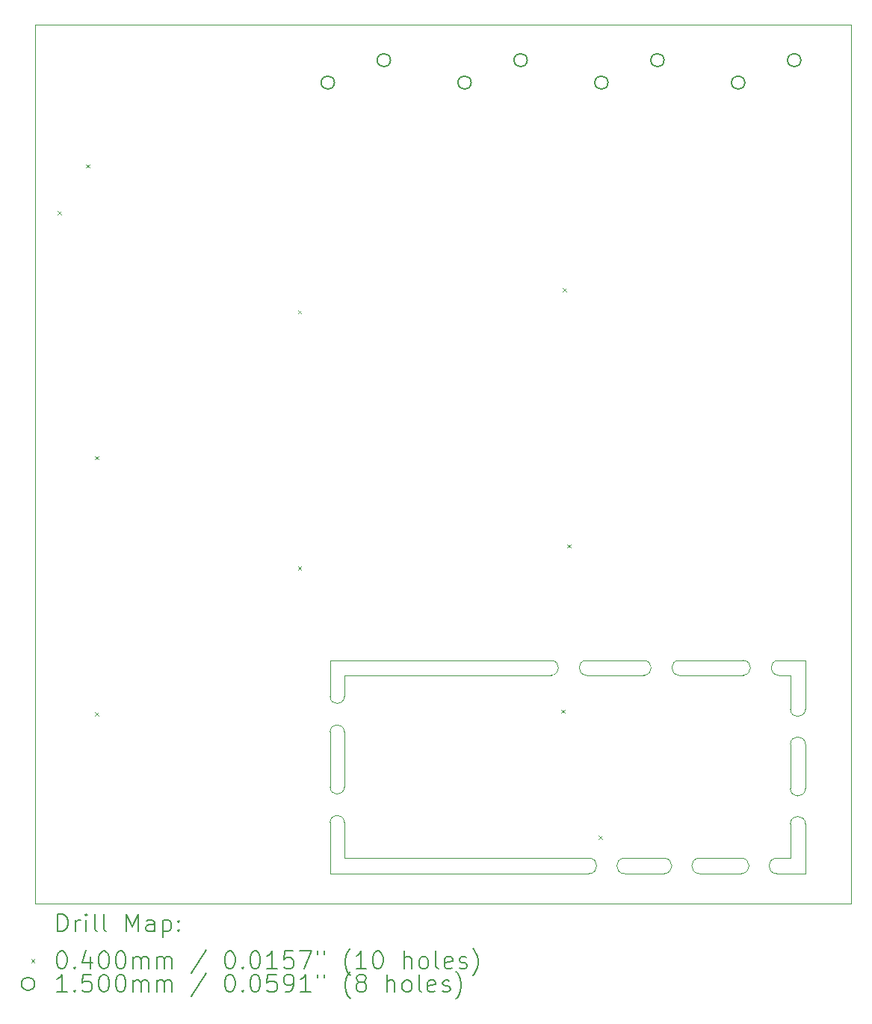
<source format=gbr>
%TF.GenerationSoftware,KiCad,Pcbnew,8.0.4*%
%TF.CreationDate,2024-07-28T23:22:28-07:00*%
%TF.ProjectId,panel_2,70616e65-6c5f-4322-9e6b-696361645f70,rev?*%
%TF.SameCoordinates,Original*%
%TF.FileFunction,Drillmap*%
%TF.FilePolarity,Positive*%
%FSLAX45Y45*%
G04 Gerber Fmt 4.5, Leading zero omitted, Abs format (unit mm)*
G04 Created by KiCad (PCBNEW 8.0.4) date 2024-07-28 23:22:28*
%MOMM*%
%LPD*%
G01*
G04 APERTURE LIST*
%ADD10C,0.050000*%
%ADD11C,0.200000*%
%ADD12C,0.100000*%
%ADD13C,0.150000*%
G04 APERTURE END LIST*
D10*
X10255000Y-3980000D02*
X10255000Y-13930000D01*
X19505000Y-13930000D02*
X10255000Y-13930000D01*
X19505000Y-3980000D02*
X19505000Y-13930000D01*
X19505000Y-3980000D02*
X10255000Y-3980000D01*
X17555000Y-11341000D02*
G75*
G02*
X17555000Y-11175000I0J83000D01*
G01*
X18260000Y-13413000D02*
G75*
G02*
X18260000Y-13587000I0J-87000D01*
G01*
X18985000Y-11725000D02*
G75*
G02*
X18815000Y-11725000I-85000J0D01*
G01*
X13600000Y-13008000D02*
X13600000Y-13587000D01*
X13760000Y-11583000D02*
G75*
G02*
X13600000Y-11583000I-80000J0D01*
G01*
X17785000Y-13587000D02*
X18260000Y-13587000D01*
X16105000Y-11175000D02*
G75*
G02*
X16105000Y-11341000I0J-83000D01*
G01*
X16105000Y-11341000D02*
X13760000Y-11341000D01*
X18660000Y-13587006D02*
X18985000Y-13587006D01*
X18985000Y-12625000D02*
G75*
G02*
X18815000Y-12625000I-85000J0D01*
G01*
X18680000Y-11175000D02*
X18985000Y-11175000D01*
X13760000Y-13413000D02*
X13760000Y-13008000D01*
X16535000Y-13587000D02*
X13600000Y-13587000D01*
X18815000Y-12125000D02*
X18815000Y-12625000D01*
X18815000Y-12125000D02*
G75*
G02*
X18985000Y-12125000I85000J0D01*
G01*
X18985000Y-13025000D02*
X18985000Y-13587000D01*
X16935000Y-13587000D02*
X17385000Y-13587000D01*
X13760000Y-11583000D02*
X13760000Y-11341000D01*
X16935000Y-13413000D02*
X17385000Y-13413000D01*
X16535000Y-13413000D02*
X13760000Y-13413000D01*
X16935000Y-13587000D02*
G75*
G02*
X16935000Y-13413000I0J87000D01*
G01*
X17785000Y-13587000D02*
G75*
G02*
X17785000Y-13413000I0J87000D01*
G01*
X13600000Y-11983000D02*
G75*
G02*
X13760000Y-11983000I80000J0D01*
G01*
X16105000Y-11175000D02*
X13600000Y-11175000D01*
X18280000Y-11341000D02*
X17555000Y-11341000D01*
X17155000Y-11175000D02*
G75*
G02*
X17155000Y-11341000I0J-83000D01*
G01*
X18985000Y-11725000D02*
X18985000Y-11175000D01*
X17785000Y-13413000D02*
X18260000Y-13413000D01*
X13600000Y-11583000D02*
X13600000Y-11175000D01*
X18815000Y-13412994D02*
X18815000Y-13025000D01*
X16505000Y-11341000D02*
G75*
G02*
X16505000Y-11175000I0J83000D01*
G01*
X18985000Y-12625000D02*
X18985000Y-12125000D01*
X16505000Y-11175000D02*
X17155000Y-11175000D01*
X17385000Y-13413000D02*
G75*
G02*
X17385000Y-13587000I0J-87000D01*
G01*
X18280000Y-11175000D02*
X17555000Y-11175000D01*
X13600000Y-13008000D02*
G75*
G02*
X13760000Y-13008000I80000J0D01*
G01*
X13600000Y-11983000D02*
X13600000Y-12608000D01*
X18660000Y-13412994D02*
X18815000Y-13412994D01*
X18815000Y-13025000D02*
G75*
G02*
X18985000Y-13025000I85000J0D01*
G01*
X18280000Y-11175000D02*
G75*
G02*
X18280000Y-11341000I0J-83000D01*
G01*
X13760000Y-12608000D02*
X13760000Y-11983000D01*
X18680000Y-11341000D02*
G75*
G02*
X18680000Y-11175000I0J83000D01*
G01*
X16535000Y-13413000D02*
G75*
G02*
X16535000Y-13587000I0J-87000D01*
G01*
X18660000Y-13587006D02*
G75*
G02*
X18660000Y-13412994I0J87006D01*
G01*
X18680000Y-11341000D02*
X18815000Y-11341000D01*
X13760000Y-12608000D02*
G75*
G02*
X13600000Y-12608000I-80000J0D01*
G01*
X18815000Y-11341000D02*
X18815000Y-11725000D01*
X17155000Y-11341000D02*
X16505000Y-11341000D01*
D11*
D12*
X10510000Y-6085000D02*
X10550000Y-6125000D01*
X10550000Y-6085000D02*
X10510000Y-6125000D01*
X10835000Y-5560000D02*
X10875000Y-5600000D01*
X10875000Y-5560000D02*
X10835000Y-5600000D01*
X10935000Y-8860000D02*
X10975000Y-8900000D01*
X10975000Y-8860000D02*
X10935000Y-8900000D01*
X10935000Y-11760000D02*
X10975000Y-11800000D01*
X10975000Y-11760000D02*
X10935000Y-11800000D01*
X13235000Y-7210000D02*
X13275000Y-7250000D01*
X13275000Y-7210000D02*
X13235000Y-7250000D01*
X13235000Y-10110000D02*
X13275000Y-10150000D01*
X13275000Y-10110000D02*
X13235000Y-10150000D01*
X16219209Y-11731209D02*
X16259209Y-11771209D01*
X16259209Y-11731209D02*
X16219209Y-11771209D01*
X16235000Y-6960000D02*
X16275000Y-7000000D01*
X16275000Y-6960000D02*
X16235000Y-7000000D01*
X16285000Y-9860000D02*
X16325000Y-9900000D01*
X16325000Y-9860000D02*
X16285000Y-9900000D01*
X16640000Y-13157000D02*
X16680000Y-13197000D01*
X16680000Y-13157000D02*
X16640000Y-13197000D01*
D13*
X13649000Y-4634000D02*
G75*
G02*
X13499000Y-4634000I-75000J0D01*
G01*
X13499000Y-4634000D02*
G75*
G02*
X13649000Y-4634000I75000J0D01*
G01*
X14284000Y-4380000D02*
G75*
G02*
X14134000Y-4380000I-75000J0D01*
G01*
X14134000Y-4380000D02*
G75*
G02*
X14284000Y-4380000I75000J0D01*
G01*
X15199000Y-4634000D02*
G75*
G02*
X15049000Y-4634000I-75000J0D01*
G01*
X15049000Y-4634000D02*
G75*
G02*
X15199000Y-4634000I75000J0D01*
G01*
X15834000Y-4380000D02*
G75*
G02*
X15684000Y-4380000I-75000J0D01*
G01*
X15684000Y-4380000D02*
G75*
G02*
X15834000Y-4380000I75000J0D01*
G01*
X16749000Y-4634000D02*
G75*
G02*
X16599000Y-4634000I-75000J0D01*
G01*
X16599000Y-4634000D02*
G75*
G02*
X16749000Y-4634000I75000J0D01*
G01*
X17384000Y-4380000D02*
G75*
G02*
X17234000Y-4380000I-75000J0D01*
G01*
X17234000Y-4380000D02*
G75*
G02*
X17384000Y-4380000I75000J0D01*
G01*
X18299000Y-4634000D02*
G75*
G02*
X18149000Y-4634000I-75000J0D01*
G01*
X18149000Y-4634000D02*
G75*
G02*
X18299000Y-4634000I75000J0D01*
G01*
X18934000Y-4380000D02*
G75*
G02*
X18784000Y-4380000I-75000J0D01*
G01*
X18784000Y-4380000D02*
G75*
G02*
X18934000Y-4380000I75000J0D01*
G01*
D11*
X10513277Y-14243984D02*
X10513277Y-14043984D01*
X10513277Y-14043984D02*
X10560896Y-14043984D01*
X10560896Y-14043984D02*
X10589467Y-14053508D01*
X10589467Y-14053508D02*
X10608515Y-14072555D01*
X10608515Y-14072555D02*
X10618039Y-14091603D01*
X10618039Y-14091603D02*
X10627563Y-14129698D01*
X10627563Y-14129698D02*
X10627563Y-14158269D01*
X10627563Y-14158269D02*
X10618039Y-14196365D01*
X10618039Y-14196365D02*
X10608515Y-14215412D01*
X10608515Y-14215412D02*
X10589467Y-14234460D01*
X10589467Y-14234460D02*
X10560896Y-14243984D01*
X10560896Y-14243984D02*
X10513277Y-14243984D01*
X10713277Y-14243984D02*
X10713277Y-14110650D01*
X10713277Y-14148746D02*
X10722801Y-14129698D01*
X10722801Y-14129698D02*
X10732324Y-14120174D01*
X10732324Y-14120174D02*
X10751372Y-14110650D01*
X10751372Y-14110650D02*
X10770420Y-14110650D01*
X10837086Y-14243984D02*
X10837086Y-14110650D01*
X10837086Y-14043984D02*
X10827563Y-14053508D01*
X10827563Y-14053508D02*
X10837086Y-14063031D01*
X10837086Y-14063031D02*
X10846610Y-14053508D01*
X10846610Y-14053508D02*
X10837086Y-14043984D01*
X10837086Y-14043984D02*
X10837086Y-14063031D01*
X10960896Y-14243984D02*
X10941848Y-14234460D01*
X10941848Y-14234460D02*
X10932324Y-14215412D01*
X10932324Y-14215412D02*
X10932324Y-14043984D01*
X11065658Y-14243984D02*
X11046610Y-14234460D01*
X11046610Y-14234460D02*
X11037086Y-14215412D01*
X11037086Y-14215412D02*
X11037086Y-14043984D01*
X11294229Y-14243984D02*
X11294229Y-14043984D01*
X11294229Y-14043984D02*
X11360896Y-14186841D01*
X11360896Y-14186841D02*
X11427562Y-14043984D01*
X11427562Y-14043984D02*
X11427562Y-14243984D01*
X11608515Y-14243984D02*
X11608515Y-14139222D01*
X11608515Y-14139222D02*
X11598991Y-14120174D01*
X11598991Y-14120174D02*
X11579943Y-14110650D01*
X11579943Y-14110650D02*
X11541848Y-14110650D01*
X11541848Y-14110650D02*
X11522801Y-14120174D01*
X11608515Y-14234460D02*
X11589467Y-14243984D01*
X11589467Y-14243984D02*
X11541848Y-14243984D01*
X11541848Y-14243984D02*
X11522801Y-14234460D01*
X11522801Y-14234460D02*
X11513277Y-14215412D01*
X11513277Y-14215412D02*
X11513277Y-14196365D01*
X11513277Y-14196365D02*
X11522801Y-14177317D01*
X11522801Y-14177317D02*
X11541848Y-14167793D01*
X11541848Y-14167793D02*
X11589467Y-14167793D01*
X11589467Y-14167793D02*
X11608515Y-14158269D01*
X11703753Y-14110650D02*
X11703753Y-14310650D01*
X11703753Y-14120174D02*
X11722801Y-14110650D01*
X11722801Y-14110650D02*
X11760896Y-14110650D01*
X11760896Y-14110650D02*
X11779943Y-14120174D01*
X11779943Y-14120174D02*
X11789467Y-14129698D01*
X11789467Y-14129698D02*
X11798991Y-14148746D01*
X11798991Y-14148746D02*
X11798991Y-14205888D01*
X11798991Y-14205888D02*
X11789467Y-14224936D01*
X11789467Y-14224936D02*
X11779943Y-14234460D01*
X11779943Y-14234460D02*
X11760896Y-14243984D01*
X11760896Y-14243984D02*
X11722801Y-14243984D01*
X11722801Y-14243984D02*
X11703753Y-14234460D01*
X11884705Y-14224936D02*
X11894229Y-14234460D01*
X11894229Y-14234460D02*
X11884705Y-14243984D01*
X11884705Y-14243984D02*
X11875182Y-14234460D01*
X11875182Y-14234460D02*
X11884705Y-14224936D01*
X11884705Y-14224936D02*
X11884705Y-14243984D01*
X11884705Y-14120174D02*
X11894229Y-14129698D01*
X11894229Y-14129698D02*
X11884705Y-14139222D01*
X11884705Y-14139222D02*
X11875182Y-14129698D01*
X11875182Y-14129698D02*
X11884705Y-14120174D01*
X11884705Y-14120174D02*
X11884705Y-14139222D01*
D12*
X10212500Y-14552500D02*
X10252500Y-14592500D01*
X10252500Y-14552500D02*
X10212500Y-14592500D01*
D11*
X10551372Y-14463984D02*
X10570420Y-14463984D01*
X10570420Y-14463984D02*
X10589467Y-14473508D01*
X10589467Y-14473508D02*
X10598991Y-14483031D01*
X10598991Y-14483031D02*
X10608515Y-14502079D01*
X10608515Y-14502079D02*
X10618039Y-14540174D01*
X10618039Y-14540174D02*
X10618039Y-14587793D01*
X10618039Y-14587793D02*
X10608515Y-14625888D01*
X10608515Y-14625888D02*
X10598991Y-14644936D01*
X10598991Y-14644936D02*
X10589467Y-14654460D01*
X10589467Y-14654460D02*
X10570420Y-14663984D01*
X10570420Y-14663984D02*
X10551372Y-14663984D01*
X10551372Y-14663984D02*
X10532324Y-14654460D01*
X10532324Y-14654460D02*
X10522801Y-14644936D01*
X10522801Y-14644936D02*
X10513277Y-14625888D01*
X10513277Y-14625888D02*
X10503753Y-14587793D01*
X10503753Y-14587793D02*
X10503753Y-14540174D01*
X10503753Y-14540174D02*
X10513277Y-14502079D01*
X10513277Y-14502079D02*
X10522801Y-14483031D01*
X10522801Y-14483031D02*
X10532324Y-14473508D01*
X10532324Y-14473508D02*
X10551372Y-14463984D01*
X10703753Y-14644936D02*
X10713277Y-14654460D01*
X10713277Y-14654460D02*
X10703753Y-14663984D01*
X10703753Y-14663984D02*
X10694229Y-14654460D01*
X10694229Y-14654460D02*
X10703753Y-14644936D01*
X10703753Y-14644936D02*
X10703753Y-14663984D01*
X10884705Y-14530650D02*
X10884705Y-14663984D01*
X10837086Y-14454460D02*
X10789467Y-14597317D01*
X10789467Y-14597317D02*
X10913277Y-14597317D01*
X11027563Y-14463984D02*
X11046610Y-14463984D01*
X11046610Y-14463984D02*
X11065658Y-14473508D01*
X11065658Y-14473508D02*
X11075182Y-14483031D01*
X11075182Y-14483031D02*
X11084705Y-14502079D01*
X11084705Y-14502079D02*
X11094229Y-14540174D01*
X11094229Y-14540174D02*
X11094229Y-14587793D01*
X11094229Y-14587793D02*
X11084705Y-14625888D01*
X11084705Y-14625888D02*
X11075182Y-14644936D01*
X11075182Y-14644936D02*
X11065658Y-14654460D01*
X11065658Y-14654460D02*
X11046610Y-14663984D01*
X11046610Y-14663984D02*
X11027563Y-14663984D01*
X11027563Y-14663984D02*
X11008515Y-14654460D01*
X11008515Y-14654460D02*
X10998991Y-14644936D01*
X10998991Y-14644936D02*
X10989467Y-14625888D01*
X10989467Y-14625888D02*
X10979944Y-14587793D01*
X10979944Y-14587793D02*
X10979944Y-14540174D01*
X10979944Y-14540174D02*
X10989467Y-14502079D01*
X10989467Y-14502079D02*
X10998991Y-14483031D01*
X10998991Y-14483031D02*
X11008515Y-14473508D01*
X11008515Y-14473508D02*
X11027563Y-14463984D01*
X11218039Y-14463984D02*
X11237086Y-14463984D01*
X11237086Y-14463984D02*
X11256134Y-14473508D01*
X11256134Y-14473508D02*
X11265658Y-14483031D01*
X11265658Y-14483031D02*
X11275182Y-14502079D01*
X11275182Y-14502079D02*
X11284705Y-14540174D01*
X11284705Y-14540174D02*
X11284705Y-14587793D01*
X11284705Y-14587793D02*
X11275182Y-14625888D01*
X11275182Y-14625888D02*
X11265658Y-14644936D01*
X11265658Y-14644936D02*
X11256134Y-14654460D01*
X11256134Y-14654460D02*
X11237086Y-14663984D01*
X11237086Y-14663984D02*
X11218039Y-14663984D01*
X11218039Y-14663984D02*
X11198991Y-14654460D01*
X11198991Y-14654460D02*
X11189467Y-14644936D01*
X11189467Y-14644936D02*
X11179944Y-14625888D01*
X11179944Y-14625888D02*
X11170420Y-14587793D01*
X11170420Y-14587793D02*
X11170420Y-14540174D01*
X11170420Y-14540174D02*
X11179944Y-14502079D01*
X11179944Y-14502079D02*
X11189467Y-14483031D01*
X11189467Y-14483031D02*
X11198991Y-14473508D01*
X11198991Y-14473508D02*
X11218039Y-14463984D01*
X11370420Y-14663984D02*
X11370420Y-14530650D01*
X11370420Y-14549698D02*
X11379943Y-14540174D01*
X11379943Y-14540174D02*
X11398991Y-14530650D01*
X11398991Y-14530650D02*
X11427563Y-14530650D01*
X11427563Y-14530650D02*
X11446610Y-14540174D01*
X11446610Y-14540174D02*
X11456134Y-14559222D01*
X11456134Y-14559222D02*
X11456134Y-14663984D01*
X11456134Y-14559222D02*
X11465658Y-14540174D01*
X11465658Y-14540174D02*
X11484705Y-14530650D01*
X11484705Y-14530650D02*
X11513277Y-14530650D01*
X11513277Y-14530650D02*
X11532324Y-14540174D01*
X11532324Y-14540174D02*
X11541848Y-14559222D01*
X11541848Y-14559222D02*
X11541848Y-14663984D01*
X11637086Y-14663984D02*
X11637086Y-14530650D01*
X11637086Y-14549698D02*
X11646610Y-14540174D01*
X11646610Y-14540174D02*
X11665658Y-14530650D01*
X11665658Y-14530650D02*
X11694229Y-14530650D01*
X11694229Y-14530650D02*
X11713277Y-14540174D01*
X11713277Y-14540174D02*
X11722801Y-14559222D01*
X11722801Y-14559222D02*
X11722801Y-14663984D01*
X11722801Y-14559222D02*
X11732324Y-14540174D01*
X11732324Y-14540174D02*
X11751372Y-14530650D01*
X11751372Y-14530650D02*
X11779943Y-14530650D01*
X11779943Y-14530650D02*
X11798991Y-14540174D01*
X11798991Y-14540174D02*
X11808515Y-14559222D01*
X11808515Y-14559222D02*
X11808515Y-14663984D01*
X12198991Y-14454460D02*
X12027563Y-14711603D01*
X12456134Y-14463984D02*
X12475182Y-14463984D01*
X12475182Y-14463984D02*
X12494229Y-14473508D01*
X12494229Y-14473508D02*
X12503753Y-14483031D01*
X12503753Y-14483031D02*
X12513277Y-14502079D01*
X12513277Y-14502079D02*
X12522801Y-14540174D01*
X12522801Y-14540174D02*
X12522801Y-14587793D01*
X12522801Y-14587793D02*
X12513277Y-14625888D01*
X12513277Y-14625888D02*
X12503753Y-14644936D01*
X12503753Y-14644936D02*
X12494229Y-14654460D01*
X12494229Y-14654460D02*
X12475182Y-14663984D01*
X12475182Y-14663984D02*
X12456134Y-14663984D01*
X12456134Y-14663984D02*
X12437086Y-14654460D01*
X12437086Y-14654460D02*
X12427563Y-14644936D01*
X12427563Y-14644936D02*
X12418039Y-14625888D01*
X12418039Y-14625888D02*
X12408515Y-14587793D01*
X12408515Y-14587793D02*
X12408515Y-14540174D01*
X12408515Y-14540174D02*
X12418039Y-14502079D01*
X12418039Y-14502079D02*
X12427563Y-14483031D01*
X12427563Y-14483031D02*
X12437086Y-14473508D01*
X12437086Y-14473508D02*
X12456134Y-14463984D01*
X12608515Y-14644936D02*
X12618039Y-14654460D01*
X12618039Y-14654460D02*
X12608515Y-14663984D01*
X12608515Y-14663984D02*
X12598991Y-14654460D01*
X12598991Y-14654460D02*
X12608515Y-14644936D01*
X12608515Y-14644936D02*
X12608515Y-14663984D01*
X12741848Y-14463984D02*
X12760896Y-14463984D01*
X12760896Y-14463984D02*
X12779944Y-14473508D01*
X12779944Y-14473508D02*
X12789467Y-14483031D01*
X12789467Y-14483031D02*
X12798991Y-14502079D01*
X12798991Y-14502079D02*
X12808515Y-14540174D01*
X12808515Y-14540174D02*
X12808515Y-14587793D01*
X12808515Y-14587793D02*
X12798991Y-14625888D01*
X12798991Y-14625888D02*
X12789467Y-14644936D01*
X12789467Y-14644936D02*
X12779944Y-14654460D01*
X12779944Y-14654460D02*
X12760896Y-14663984D01*
X12760896Y-14663984D02*
X12741848Y-14663984D01*
X12741848Y-14663984D02*
X12722801Y-14654460D01*
X12722801Y-14654460D02*
X12713277Y-14644936D01*
X12713277Y-14644936D02*
X12703753Y-14625888D01*
X12703753Y-14625888D02*
X12694229Y-14587793D01*
X12694229Y-14587793D02*
X12694229Y-14540174D01*
X12694229Y-14540174D02*
X12703753Y-14502079D01*
X12703753Y-14502079D02*
X12713277Y-14483031D01*
X12713277Y-14483031D02*
X12722801Y-14473508D01*
X12722801Y-14473508D02*
X12741848Y-14463984D01*
X12998991Y-14663984D02*
X12884706Y-14663984D01*
X12941848Y-14663984D02*
X12941848Y-14463984D01*
X12941848Y-14463984D02*
X12922801Y-14492555D01*
X12922801Y-14492555D02*
X12903753Y-14511603D01*
X12903753Y-14511603D02*
X12884706Y-14521127D01*
X13179944Y-14463984D02*
X13084706Y-14463984D01*
X13084706Y-14463984D02*
X13075182Y-14559222D01*
X13075182Y-14559222D02*
X13084706Y-14549698D01*
X13084706Y-14549698D02*
X13103753Y-14540174D01*
X13103753Y-14540174D02*
X13151372Y-14540174D01*
X13151372Y-14540174D02*
X13170420Y-14549698D01*
X13170420Y-14549698D02*
X13179944Y-14559222D01*
X13179944Y-14559222D02*
X13189467Y-14578269D01*
X13189467Y-14578269D02*
X13189467Y-14625888D01*
X13189467Y-14625888D02*
X13179944Y-14644936D01*
X13179944Y-14644936D02*
X13170420Y-14654460D01*
X13170420Y-14654460D02*
X13151372Y-14663984D01*
X13151372Y-14663984D02*
X13103753Y-14663984D01*
X13103753Y-14663984D02*
X13084706Y-14654460D01*
X13084706Y-14654460D02*
X13075182Y-14644936D01*
X13256134Y-14463984D02*
X13389467Y-14463984D01*
X13389467Y-14463984D02*
X13303753Y-14663984D01*
X13456134Y-14463984D02*
X13456134Y-14502079D01*
X13532325Y-14463984D02*
X13532325Y-14502079D01*
X13827563Y-14740174D02*
X13818039Y-14730650D01*
X13818039Y-14730650D02*
X13798991Y-14702079D01*
X13798991Y-14702079D02*
X13789468Y-14683031D01*
X13789468Y-14683031D02*
X13779944Y-14654460D01*
X13779944Y-14654460D02*
X13770420Y-14606841D01*
X13770420Y-14606841D02*
X13770420Y-14568746D01*
X13770420Y-14568746D02*
X13779944Y-14521127D01*
X13779944Y-14521127D02*
X13789468Y-14492555D01*
X13789468Y-14492555D02*
X13798991Y-14473508D01*
X13798991Y-14473508D02*
X13818039Y-14444936D01*
X13818039Y-14444936D02*
X13827563Y-14435412D01*
X14008515Y-14663984D02*
X13894229Y-14663984D01*
X13951372Y-14663984D02*
X13951372Y-14463984D01*
X13951372Y-14463984D02*
X13932325Y-14492555D01*
X13932325Y-14492555D02*
X13913277Y-14511603D01*
X13913277Y-14511603D02*
X13894229Y-14521127D01*
X14132325Y-14463984D02*
X14151372Y-14463984D01*
X14151372Y-14463984D02*
X14170420Y-14473508D01*
X14170420Y-14473508D02*
X14179944Y-14483031D01*
X14179944Y-14483031D02*
X14189468Y-14502079D01*
X14189468Y-14502079D02*
X14198991Y-14540174D01*
X14198991Y-14540174D02*
X14198991Y-14587793D01*
X14198991Y-14587793D02*
X14189468Y-14625888D01*
X14189468Y-14625888D02*
X14179944Y-14644936D01*
X14179944Y-14644936D02*
X14170420Y-14654460D01*
X14170420Y-14654460D02*
X14151372Y-14663984D01*
X14151372Y-14663984D02*
X14132325Y-14663984D01*
X14132325Y-14663984D02*
X14113277Y-14654460D01*
X14113277Y-14654460D02*
X14103753Y-14644936D01*
X14103753Y-14644936D02*
X14094229Y-14625888D01*
X14094229Y-14625888D02*
X14084706Y-14587793D01*
X14084706Y-14587793D02*
X14084706Y-14540174D01*
X14084706Y-14540174D02*
X14094229Y-14502079D01*
X14094229Y-14502079D02*
X14103753Y-14483031D01*
X14103753Y-14483031D02*
X14113277Y-14473508D01*
X14113277Y-14473508D02*
X14132325Y-14463984D01*
X14437087Y-14663984D02*
X14437087Y-14463984D01*
X14522801Y-14663984D02*
X14522801Y-14559222D01*
X14522801Y-14559222D02*
X14513277Y-14540174D01*
X14513277Y-14540174D02*
X14494230Y-14530650D01*
X14494230Y-14530650D02*
X14465658Y-14530650D01*
X14465658Y-14530650D02*
X14446610Y-14540174D01*
X14446610Y-14540174D02*
X14437087Y-14549698D01*
X14646610Y-14663984D02*
X14627563Y-14654460D01*
X14627563Y-14654460D02*
X14618039Y-14644936D01*
X14618039Y-14644936D02*
X14608515Y-14625888D01*
X14608515Y-14625888D02*
X14608515Y-14568746D01*
X14608515Y-14568746D02*
X14618039Y-14549698D01*
X14618039Y-14549698D02*
X14627563Y-14540174D01*
X14627563Y-14540174D02*
X14646610Y-14530650D01*
X14646610Y-14530650D02*
X14675182Y-14530650D01*
X14675182Y-14530650D02*
X14694230Y-14540174D01*
X14694230Y-14540174D02*
X14703753Y-14549698D01*
X14703753Y-14549698D02*
X14713277Y-14568746D01*
X14713277Y-14568746D02*
X14713277Y-14625888D01*
X14713277Y-14625888D02*
X14703753Y-14644936D01*
X14703753Y-14644936D02*
X14694230Y-14654460D01*
X14694230Y-14654460D02*
X14675182Y-14663984D01*
X14675182Y-14663984D02*
X14646610Y-14663984D01*
X14827563Y-14663984D02*
X14808515Y-14654460D01*
X14808515Y-14654460D02*
X14798991Y-14635412D01*
X14798991Y-14635412D02*
X14798991Y-14463984D01*
X14979944Y-14654460D02*
X14960896Y-14663984D01*
X14960896Y-14663984D02*
X14922801Y-14663984D01*
X14922801Y-14663984D02*
X14903753Y-14654460D01*
X14903753Y-14654460D02*
X14894230Y-14635412D01*
X14894230Y-14635412D02*
X14894230Y-14559222D01*
X14894230Y-14559222D02*
X14903753Y-14540174D01*
X14903753Y-14540174D02*
X14922801Y-14530650D01*
X14922801Y-14530650D02*
X14960896Y-14530650D01*
X14960896Y-14530650D02*
X14979944Y-14540174D01*
X14979944Y-14540174D02*
X14989468Y-14559222D01*
X14989468Y-14559222D02*
X14989468Y-14578269D01*
X14989468Y-14578269D02*
X14894230Y-14597317D01*
X15065658Y-14654460D02*
X15084706Y-14663984D01*
X15084706Y-14663984D02*
X15122801Y-14663984D01*
X15122801Y-14663984D02*
X15141849Y-14654460D01*
X15141849Y-14654460D02*
X15151372Y-14635412D01*
X15151372Y-14635412D02*
X15151372Y-14625888D01*
X15151372Y-14625888D02*
X15141849Y-14606841D01*
X15141849Y-14606841D02*
X15122801Y-14597317D01*
X15122801Y-14597317D02*
X15094230Y-14597317D01*
X15094230Y-14597317D02*
X15075182Y-14587793D01*
X15075182Y-14587793D02*
X15065658Y-14568746D01*
X15065658Y-14568746D02*
X15065658Y-14559222D01*
X15065658Y-14559222D02*
X15075182Y-14540174D01*
X15075182Y-14540174D02*
X15094230Y-14530650D01*
X15094230Y-14530650D02*
X15122801Y-14530650D01*
X15122801Y-14530650D02*
X15141849Y-14540174D01*
X15218039Y-14740174D02*
X15227563Y-14730650D01*
X15227563Y-14730650D02*
X15246611Y-14702079D01*
X15246611Y-14702079D02*
X15256134Y-14683031D01*
X15256134Y-14683031D02*
X15265658Y-14654460D01*
X15265658Y-14654460D02*
X15275182Y-14606841D01*
X15275182Y-14606841D02*
X15275182Y-14568746D01*
X15275182Y-14568746D02*
X15265658Y-14521127D01*
X15265658Y-14521127D02*
X15256134Y-14492555D01*
X15256134Y-14492555D02*
X15246611Y-14473508D01*
X15246611Y-14473508D02*
X15227563Y-14444936D01*
X15227563Y-14444936D02*
X15218039Y-14435412D01*
D13*
X10252500Y-14836500D02*
G75*
G02*
X10102500Y-14836500I-75000J0D01*
G01*
X10102500Y-14836500D02*
G75*
G02*
X10252500Y-14836500I75000J0D01*
G01*
D11*
X10618039Y-14927984D02*
X10503753Y-14927984D01*
X10560896Y-14927984D02*
X10560896Y-14727984D01*
X10560896Y-14727984D02*
X10541848Y-14756555D01*
X10541848Y-14756555D02*
X10522801Y-14775603D01*
X10522801Y-14775603D02*
X10503753Y-14785127D01*
X10703753Y-14908936D02*
X10713277Y-14918460D01*
X10713277Y-14918460D02*
X10703753Y-14927984D01*
X10703753Y-14927984D02*
X10694229Y-14918460D01*
X10694229Y-14918460D02*
X10703753Y-14908936D01*
X10703753Y-14908936D02*
X10703753Y-14927984D01*
X10894229Y-14727984D02*
X10798991Y-14727984D01*
X10798991Y-14727984D02*
X10789467Y-14823222D01*
X10789467Y-14823222D02*
X10798991Y-14813698D01*
X10798991Y-14813698D02*
X10818039Y-14804174D01*
X10818039Y-14804174D02*
X10865658Y-14804174D01*
X10865658Y-14804174D02*
X10884705Y-14813698D01*
X10884705Y-14813698D02*
X10894229Y-14823222D01*
X10894229Y-14823222D02*
X10903753Y-14842269D01*
X10903753Y-14842269D02*
X10903753Y-14889888D01*
X10903753Y-14889888D02*
X10894229Y-14908936D01*
X10894229Y-14908936D02*
X10884705Y-14918460D01*
X10884705Y-14918460D02*
X10865658Y-14927984D01*
X10865658Y-14927984D02*
X10818039Y-14927984D01*
X10818039Y-14927984D02*
X10798991Y-14918460D01*
X10798991Y-14918460D02*
X10789467Y-14908936D01*
X11027563Y-14727984D02*
X11046610Y-14727984D01*
X11046610Y-14727984D02*
X11065658Y-14737508D01*
X11065658Y-14737508D02*
X11075182Y-14747031D01*
X11075182Y-14747031D02*
X11084705Y-14766079D01*
X11084705Y-14766079D02*
X11094229Y-14804174D01*
X11094229Y-14804174D02*
X11094229Y-14851793D01*
X11094229Y-14851793D02*
X11084705Y-14889888D01*
X11084705Y-14889888D02*
X11075182Y-14908936D01*
X11075182Y-14908936D02*
X11065658Y-14918460D01*
X11065658Y-14918460D02*
X11046610Y-14927984D01*
X11046610Y-14927984D02*
X11027563Y-14927984D01*
X11027563Y-14927984D02*
X11008515Y-14918460D01*
X11008515Y-14918460D02*
X10998991Y-14908936D01*
X10998991Y-14908936D02*
X10989467Y-14889888D01*
X10989467Y-14889888D02*
X10979944Y-14851793D01*
X10979944Y-14851793D02*
X10979944Y-14804174D01*
X10979944Y-14804174D02*
X10989467Y-14766079D01*
X10989467Y-14766079D02*
X10998991Y-14747031D01*
X10998991Y-14747031D02*
X11008515Y-14737508D01*
X11008515Y-14737508D02*
X11027563Y-14727984D01*
X11218039Y-14727984D02*
X11237086Y-14727984D01*
X11237086Y-14727984D02*
X11256134Y-14737508D01*
X11256134Y-14737508D02*
X11265658Y-14747031D01*
X11265658Y-14747031D02*
X11275182Y-14766079D01*
X11275182Y-14766079D02*
X11284705Y-14804174D01*
X11284705Y-14804174D02*
X11284705Y-14851793D01*
X11284705Y-14851793D02*
X11275182Y-14889888D01*
X11275182Y-14889888D02*
X11265658Y-14908936D01*
X11265658Y-14908936D02*
X11256134Y-14918460D01*
X11256134Y-14918460D02*
X11237086Y-14927984D01*
X11237086Y-14927984D02*
X11218039Y-14927984D01*
X11218039Y-14927984D02*
X11198991Y-14918460D01*
X11198991Y-14918460D02*
X11189467Y-14908936D01*
X11189467Y-14908936D02*
X11179944Y-14889888D01*
X11179944Y-14889888D02*
X11170420Y-14851793D01*
X11170420Y-14851793D02*
X11170420Y-14804174D01*
X11170420Y-14804174D02*
X11179944Y-14766079D01*
X11179944Y-14766079D02*
X11189467Y-14747031D01*
X11189467Y-14747031D02*
X11198991Y-14737508D01*
X11198991Y-14737508D02*
X11218039Y-14727984D01*
X11370420Y-14927984D02*
X11370420Y-14794650D01*
X11370420Y-14813698D02*
X11379943Y-14804174D01*
X11379943Y-14804174D02*
X11398991Y-14794650D01*
X11398991Y-14794650D02*
X11427563Y-14794650D01*
X11427563Y-14794650D02*
X11446610Y-14804174D01*
X11446610Y-14804174D02*
X11456134Y-14823222D01*
X11456134Y-14823222D02*
X11456134Y-14927984D01*
X11456134Y-14823222D02*
X11465658Y-14804174D01*
X11465658Y-14804174D02*
X11484705Y-14794650D01*
X11484705Y-14794650D02*
X11513277Y-14794650D01*
X11513277Y-14794650D02*
X11532324Y-14804174D01*
X11532324Y-14804174D02*
X11541848Y-14823222D01*
X11541848Y-14823222D02*
X11541848Y-14927984D01*
X11637086Y-14927984D02*
X11637086Y-14794650D01*
X11637086Y-14813698D02*
X11646610Y-14804174D01*
X11646610Y-14804174D02*
X11665658Y-14794650D01*
X11665658Y-14794650D02*
X11694229Y-14794650D01*
X11694229Y-14794650D02*
X11713277Y-14804174D01*
X11713277Y-14804174D02*
X11722801Y-14823222D01*
X11722801Y-14823222D02*
X11722801Y-14927984D01*
X11722801Y-14823222D02*
X11732324Y-14804174D01*
X11732324Y-14804174D02*
X11751372Y-14794650D01*
X11751372Y-14794650D02*
X11779943Y-14794650D01*
X11779943Y-14794650D02*
X11798991Y-14804174D01*
X11798991Y-14804174D02*
X11808515Y-14823222D01*
X11808515Y-14823222D02*
X11808515Y-14927984D01*
X12198991Y-14718460D02*
X12027563Y-14975603D01*
X12456134Y-14727984D02*
X12475182Y-14727984D01*
X12475182Y-14727984D02*
X12494229Y-14737508D01*
X12494229Y-14737508D02*
X12503753Y-14747031D01*
X12503753Y-14747031D02*
X12513277Y-14766079D01*
X12513277Y-14766079D02*
X12522801Y-14804174D01*
X12522801Y-14804174D02*
X12522801Y-14851793D01*
X12522801Y-14851793D02*
X12513277Y-14889888D01*
X12513277Y-14889888D02*
X12503753Y-14908936D01*
X12503753Y-14908936D02*
X12494229Y-14918460D01*
X12494229Y-14918460D02*
X12475182Y-14927984D01*
X12475182Y-14927984D02*
X12456134Y-14927984D01*
X12456134Y-14927984D02*
X12437086Y-14918460D01*
X12437086Y-14918460D02*
X12427563Y-14908936D01*
X12427563Y-14908936D02*
X12418039Y-14889888D01*
X12418039Y-14889888D02*
X12408515Y-14851793D01*
X12408515Y-14851793D02*
X12408515Y-14804174D01*
X12408515Y-14804174D02*
X12418039Y-14766079D01*
X12418039Y-14766079D02*
X12427563Y-14747031D01*
X12427563Y-14747031D02*
X12437086Y-14737508D01*
X12437086Y-14737508D02*
X12456134Y-14727984D01*
X12608515Y-14908936D02*
X12618039Y-14918460D01*
X12618039Y-14918460D02*
X12608515Y-14927984D01*
X12608515Y-14927984D02*
X12598991Y-14918460D01*
X12598991Y-14918460D02*
X12608515Y-14908936D01*
X12608515Y-14908936D02*
X12608515Y-14927984D01*
X12741848Y-14727984D02*
X12760896Y-14727984D01*
X12760896Y-14727984D02*
X12779944Y-14737508D01*
X12779944Y-14737508D02*
X12789467Y-14747031D01*
X12789467Y-14747031D02*
X12798991Y-14766079D01*
X12798991Y-14766079D02*
X12808515Y-14804174D01*
X12808515Y-14804174D02*
X12808515Y-14851793D01*
X12808515Y-14851793D02*
X12798991Y-14889888D01*
X12798991Y-14889888D02*
X12789467Y-14908936D01*
X12789467Y-14908936D02*
X12779944Y-14918460D01*
X12779944Y-14918460D02*
X12760896Y-14927984D01*
X12760896Y-14927984D02*
X12741848Y-14927984D01*
X12741848Y-14927984D02*
X12722801Y-14918460D01*
X12722801Y-14918460D02*
X12713277Y-14908936D01*
X12713277Y-14908936D02*
X12703753Y-14889888D01*
X12703753Y-14889888D02*
X12694229Y-14851793D01*
X12694229Y-14851793D02*
X12694229Y-14804174D01*
X12694229Y-14804174D02*
X12703753Y-14766079D01*
X12703753Y-14766079D02*
X12713277Y-14747031D01*
X12713277Y-14747031D02*
X12722801Y-14737508D01*
X12722801Y-14737508D02*
X12741848Y-14727984D01*
X12989467Y-14727984D02*
X12894229Y-14727984D01*
X12894229Y-14727984D02*
X12884706Y-14823222D01*
X12884706Y-14823222D02*
X12894229Y-14813698D01*
X12894229Y-14813698D02*
X12913277Y-14804174D01*
X12913277Y-14804174D02*
X12960896Y-14804174D01*
X12960896Y-14804174D02*
X12979944Y-14813698D01*
X12979944Y-14813698D02*
X12989467Y-14823222D01*
X12989467Y-14823222D02*
X12998991Y-14842269D01*
X12998991Y-14842269D02*
X12998991Y-14889888D01*
X12998991Y-14889888D02*
X12989467Y-14908936D01*
X12989467Y-14908936D02*
X12979944Y-14918460D01*
X12979944Y-14918460D02*
X12960896Y-14927984D01*
X12960896Y-14927984D02*
X12913277Y-14927984D01*
X12913277Y-14927984D02*
X12894229Y-14918460D01*
X12894229Y-14918460D02*
X12884706Y-14908936D01*
X13094229Y-14927984D02*
X13132325Y-14927984D01*
X13132325Y-14927984D02*
X13151372Y-14918460D01*
X13151372Y-14918460D02*
X13160896Y-14908936D01*
X13160896Y-14908936D02*
X13179944Y-14880365D01*
X13179944Y-14880365D02*
X13189467Y-14842269D01*
X13189467Y-14842269D02*
X13189467Y-14766079D01*
X13189467Y-14766079D02*
X13179944Y-14747031D01*
X13179944Y-14747031D02*
X13170420Y-14737508D01*
X13170420Y-14737508D02*
X13151372Y-14727984D01*
X13151372Y-14727984D02*
X13113277Y-14727984D01*
X13113277Y-14727984D02*
X13094229Y-14737508D01*
X13094229Y-14737508D02*
X13084706Y-14747031D01*
X13084706Y-14747031D02*
X13075182Y-14766079D01*
X13075182Y-14766079D02*
X13075182Y-14813698D01*
X13075182Y-14813698D02*
X13084706Y-14832746D01*
X13084706Y-14832746D02*
X13094229Y-14842269D01*
X13094229Y-14842269D02*
X13113277Y-14851793D01*
X13113277Y-14851793D02*
X13151372Y-14851793D01*
X13151372Y-14851793D02*
X13170420Y-14842269D01*
X13170420Y-14842269D02*
X13179944Y-14832746D01*
X13179944Y-14832746D02*
X13189467Y-14813698D01*
X13379944Y-14927984D02*
X13265658Y-14927984D01*
X13322801Y-14927984D02*
X13322801Y-14727984D01*
X13322801Y-14727984D02*
X13303753Y-14756555D01*
X13303753Y-14756555D02*
X13284706Y-14775603D01*
X13284706Y-14775603D02*
X13265658Y-14785127D01*
X13456134Y-14727984D02*
X13456134Y-14766079D01*
X13532325Y-14727984D02*
X13532325Y-14766079D01*
X13827563Y-15004174D02*
X13818039Y-14994650D01*
X13818039Y-14994650D02*
X13798991Y-14966079D01*
X13798991Y-14966079D02*
X13789468Y-14947031D01*
X13789468Y-14947031D02*
X13779944Y-14918460D01*
X13779944Y-14918460D02*
X13770420Y-14870841D01*
X13770420Y-14870841D02*
X13770420Y-14832746D01*
X13770420Y-14832746D02*
X13779944Y-14785127D01*
X13779944Y-14785127D02*
X13789468Y-14756555D01*
X13789468Y-14756555D02*
X13798991Y-14737508D01*
X13798991Y-14737508D02*
X13818039Y-14708936D01*
X13818039Y-14708936D02*
X13827563Y-14699412D01*
X13932325Y-14813698D02*
X13913277Y-14804174D01*
X13913277Y-14804174D02*
X13903753Y-14794650D01*
X13903753Y-14794650D02*
X13894229Y-14775603D01*
X13894229Y-14775603D02*
X13894229Y-14766079D01*
X13894229Y-14766079D02*
X13903753Y-14747031D01*
X13903753Y-14747031D02*
X13913277Y-14737508D01*
X13913277Y-14737508D02*
X13932325Y-14727984D01*
X13932325Y-14727984D02*
X13970420Y-14727984D01*
X13970420Y-14727984D02*
X13989468Y-14737508D01*
X13989468Y-14737508D02*
X13998991Y-14747031D01*
X13998991Y-14747031D02*
X14008515Y-14766079D01*
X14008515Y-14766079D02*
X14008515Y-14775603D01*
X14008515Y-14775603D02*
X13998991Y-14794650D01*
X13998991Y-14794650D02*
X13989468Y-14804174D01*
X13989468Y-14804174D02*
X13970420Y-14813698D01*
X13970420Y-14813698D02*
X13932325Y-14813698D01*
X13932325Y-14813698D02*
X13913277Y-14823222D01*
X13913277Y-14823222D02*
X13903753Y-14832746D01*
X13903753Y-14832746D02*
X13894229Y-14851793D01*
X13894229Y-14851793D02*
X13894229Y-14889888D01*
X13894229Y-14889888D02*
X13903753Y-14908936D01*
X13903753Y-14908936D02*
X13913277Y-14918460D01*
X13913277Y-14918460D02*
X13932325Y-14927984D01*
X13932325Y-14927984D02*
X13970420Y-14927984D01*
X13970420Y-14927984D02*
X13989468Y-14918460D01*
X13989468Y-14918460D02*
X13998991Y-14908936D01*
X13998991Y-14908936D02*
X14008515Y-14889888D01*
X14008515Y-14889888D02*
X14008515Y-14851793D01*
X14008515Y-14851793D02*
X13998991Y-14832746D01*
X13998991Y-14832746D02*
X13989468Y-14823222D01*
X13989468Y-14823222D02*
X13970420Y-14813698D01*
X14246610Y-14927984D02*
X14246610Y-14727984D01*
X14332325Y-14927984D02*
X14332325Y-14823222D01*
X14332325Y-14823222D02*
X14322801Y-14804174D01*
X14322801Y-14804174D02*
X14303753Y-14794650D01*
X14303753Y-14794650D02*
X14275182Y-14794650D01*
X14275182Y-14794650D02*
X14256134Y-14804174D01*
X14256134Y-14804174D02*
X14246610Y-14813698D01*
X14456134Y-14927984D02*
X14437087Y-14918460D01*
X14437087Y-14918460D02*
X14427563Y-14908936D01*
X14427563Y-14908936D02*
X14418039Y-14889888D01*
X14418039Y-14889888D02*
X14418039Y-14832746D01*
X14418039Y-14832746D02*
X14427563Y-14813698D01*
X14427563Y-14813698D02*
X14437087Y-14804174D01*
X14437087Y-14804174D02*
X14456134Y-14794650D01*
X14456134Y-14794650D02*
X14484706Y-14794650D01*
X14484706Y-14794650D02*
X14503753Y-14804174D01*
X14503753Y-14804174D02*
X14513277Y-14813698D01*
X14513277Y-14813698D02*
X14522801Y-14832746D01*
X14522801Y-14832746D02*
X14522801Y-14889888D01*
X14522801Y-14889888D02*
X14513277Y-14908936D01*
X14513277Y-14908936D02*
X14503753Y-14918460D01*
X14503753Y-14918460D02*
X14484706Y-14927984D01*
X14484706Y-14927984D02*
X14456134Y-14927984D01*
X14637087Y-14927984D02*
X14618039Y-14918460D01*
X14618039Y-14918460D02*
X14608515Y-14899412D01*
X14608515Y-14899412D02*
X14608515Y-14727984D01*
X14789468Y-14918460D02*
X14770420Y-14927984D01*
X14770420Y-14927984D02*
X14732325Y-14927984D01*
X14732325Y-14927984D02*
X14713277Y-14918460D01*
X14713277Y-14918460D02*
X14703753Y-14899412D01*
X14703753Y-14899412D02*
X14703753Y-14823222D01*
X14703753Y-14823222D02*
X14713277Y-14804174D01*
X14713277Y-14804174D02*
X14732325Y-14794650D01*
X14732325Y-14794650D02*
X14770420Y-14794650D01*
X14770420Y-14794650D02*
X14789468Y-14804174D01*
X14789468Y-14804174D02*
X14798991Y-14823222D01*
X14798991Y-14823222D02*
X14798991Y-14842269D01*
X14798991Y-14842269D02*
X14703753Y-14861317D01*
X14875182Y-14918460D02*
X14894230Y-14927984D01*
X14894230Y-14927984D02*
X14932325Y-14927984D01*
X14932325Y-14927984D02*
X14951372Y-14918460D01*
X14951372Y-14918460D02*
X14960896Y-14899412D01*
X14960896Y-14899412D02*
X14960896Y-14889888D01*
X14960896Y-14889888D02*
X14951372Y-14870841D01*
X14951372Y-14870841D02*
X14932325Y-14861317D01*
X14932325Y-14861317D02*
X14903753Y-14861317D01*
X14903753Y-14861317D02*
X14884706Y-14851793D01*
X14884706Y-14851793D02*
X14875182Y-14832746D01*
X14875182Y-14832746D02*
X14875182Y-14823222D01*
X14875182Y-14823222D02*
X14884706Y-14804174D01*
X14884706Y-14804174D02*
X14903753Y-14794650D01*
X14903753Y-14794650D02*
X14932325Y-14794650D01*
X14932325Y-14794650D02*
X14951372Y-14804174D01*
X15027563Y-15004174D02*
X15037087Y-14994650D01*
X15037087Y-14994650D02*
X15056134Y-14966079D01*
X15056134Y-14966079D02*
X15065658Y-14947031D01*
X15065658Y-14947031D02*
X15075182Y-14918460D01*
X15075182Y-14918460D02*
X15084706Y-14870841D01*
X15084706Y-14870841D02*
X15084706Y-14832746D01*
X15084706Y-14832746D02*
X15075182Y-14785127D01*
X15075182Y-14785127D02*
X15065658Y-14756555D01*
X15065658Y-14756555D02*
X15056134Y-14737508D01*
X15056134Y-14737508D02*
X15037087Y-14708936D01*
X15037087Y-14708936D02*
X15027563Y-14699412D01*
M02*

</source>
